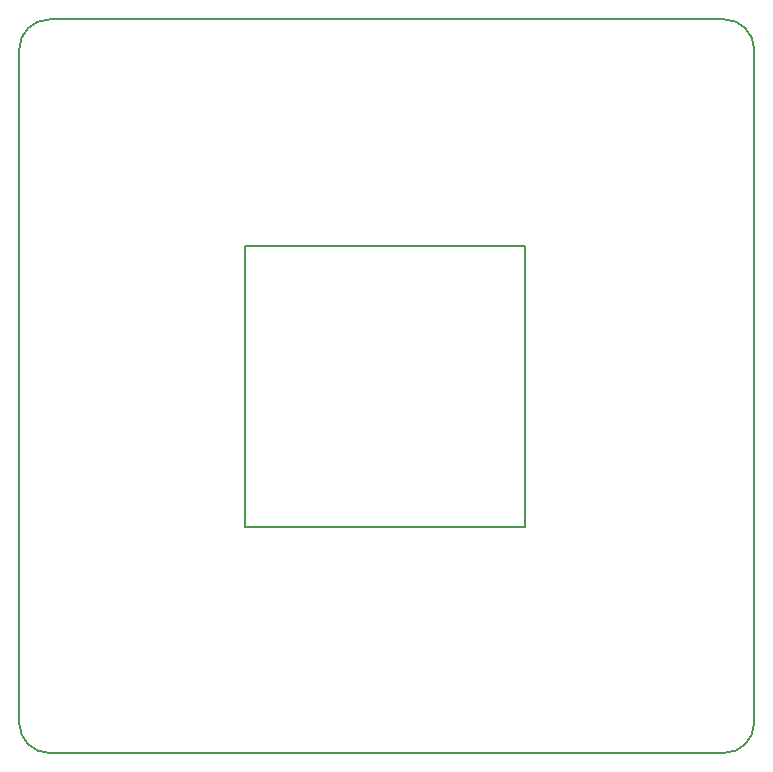
<source format=gko>
G04*
G04 #@! TF.GenerationSoftware,Altium Limited,Altium Designer,19.1.5 (86)*
G04*
G04 Layer_Color=16711935*
%FSLAX25Y25*%
%MOIN*%
G70*
G01*
G75*
%ADD25C,0.00500*%
D25*
X0Y10000D02*
G03*
X10000Y0I10000J0D01*
G01*
X235000D02*
G03*
X245000Y10000I0J10000D01*
G01*
Y234500D02*
G03*
X235000Y244500I-10000J0D01*
G01*
X10000D02*
G03*
X0Y234500I0J-10000D01*
G01*
X75300Y75400D02*
Y168700D01*
Y75400D02*
X168500D01*
X168600Y75500D01*
Y168800D01*
X75400D02*
X168600D01*
X75300Y168700D02*
X75400Y168800D01*
X10000Y0D02*
X235000D01*
X245000Y10000D02*
Y234500D01*
X10000Y244500D02*
X235000D01*
X0Y10000D02*
Y234500D01*
M02*

</source>
